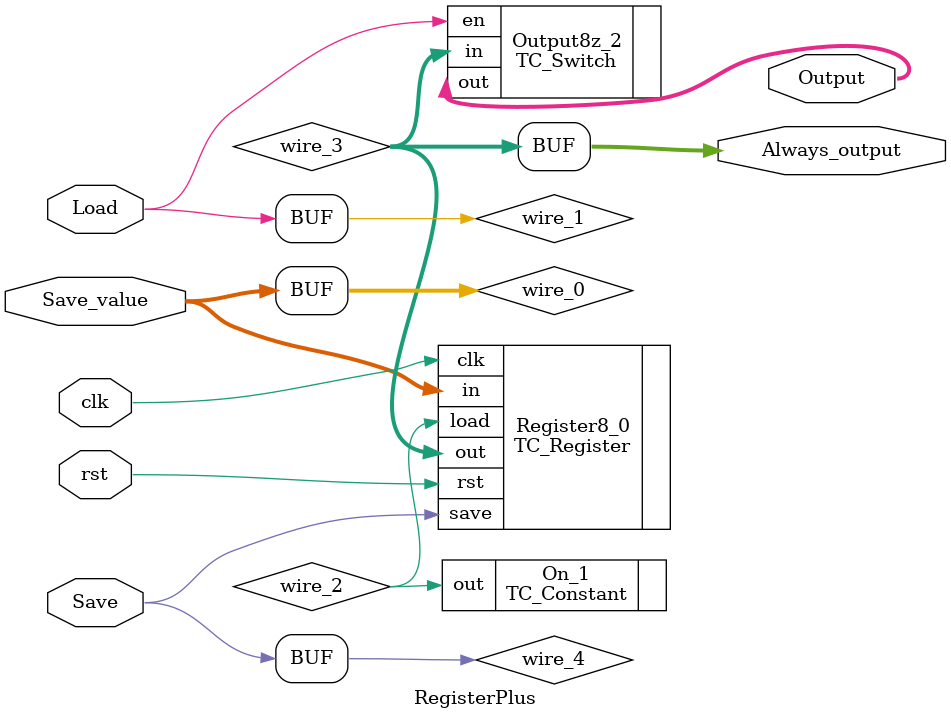
<source format=v>
module RegisterPlus (clk, rst, Load, Save_value, Save, Always_output, Output);
  parameter UUID = 0;
  parameter NAME = "";
  input wire clk;
  input wire rst;

  input  wire [0:0] Load;
  input  wire [7:0] Save_value;
  input  wire [0:0] Save;
  output  wire [7:0] Always_output;
  output  wire [7:0] Output;

  TC_Register # (.UUID(64'd1 ^ UUID), .BIT_WIDTH(64'd8)) Register8_0 (.clk(clk), .rst(rst), .load(wire_2), .save(wire_4), .in(wire_0), .out(wire_3));
  TC_Constant # (.UUID(64'd2 ^ UUID), .BIT_WIDTH(64'd1), .value(1'd1)) On_1 (.out(wire_2));
  TC_Switch # (.UUID(64'd3587491547824661070 ^ UUID), .BIT_WIDTH(64'd8)) Output8z_2 (.en(wire_1), .in(wire_3), .out(Output));

  wire [7:0] wire_0;
  assign wire_0 = Save_value;
  wire [0:0] wire_1;
  assign wire_1 = Load;
  wire [0:0] wire_2;
  wire [7:0] wire_3;
  assign Always_output = wire_3;
  wire [0:0] wire_4;
  assign wire_4 = Save;

endmodule

</source>
